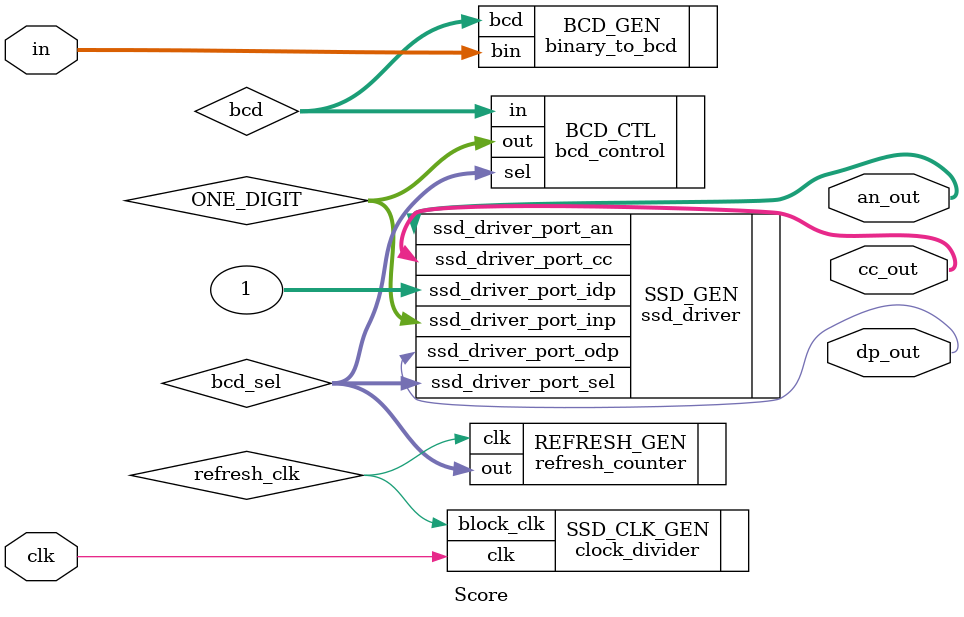
<source format=v>
`timescale 1ns / 1ps


module Score
    ( input        clk   ,
      input  [6:0] in    ,
      output [6:0] cc_out,
      output       dp_out,
      output [7:0] an_out);
    
    wire refresh_clk;
    wire [1:0] bcd_sel;
    wire [8:0] bcd;
    wire [3:0] ONE_DIGIT;
    
    clock_divider #(
        .DIVISOR(10000) // 100MHz/10000 = 10KHz
    ) SSD_CLK_GEN (
        .clk(clk),
        .block_clk(refresh_clk)
    );
    
    refresh_counter #(
        .SIZE(2)
    ) REFRESH_GEN (
        .clk(refresh_clk),
        .out(bcd_sel)
    );
    
    binary_to_bcd #(
        .SIZE(7)
    ) BCD_GEN (
        .bin(in),
        .bcd(bcd)
    );    
    
    bcd_control #(
        .SIZE(4)
    ) BCD_CTL (
        .sel(bcd_sel),
        .in(bcd),
        .out(ONE_DIGIT)
    );
    
    ssd_driver SSD_GEN(
        .ssd_driver_port_inp(ONE_DIGIT),
        .ssd_driver_port_idp(1),
        .ssd_driver_port_sel(bcd_sel),
        .ssd_driver_port_cc(cc_out),
        .ssd_driver_port_odp(dp_out),
        .ssd_driver_port_an(an_out)
    );
    
endmodule

</source>
